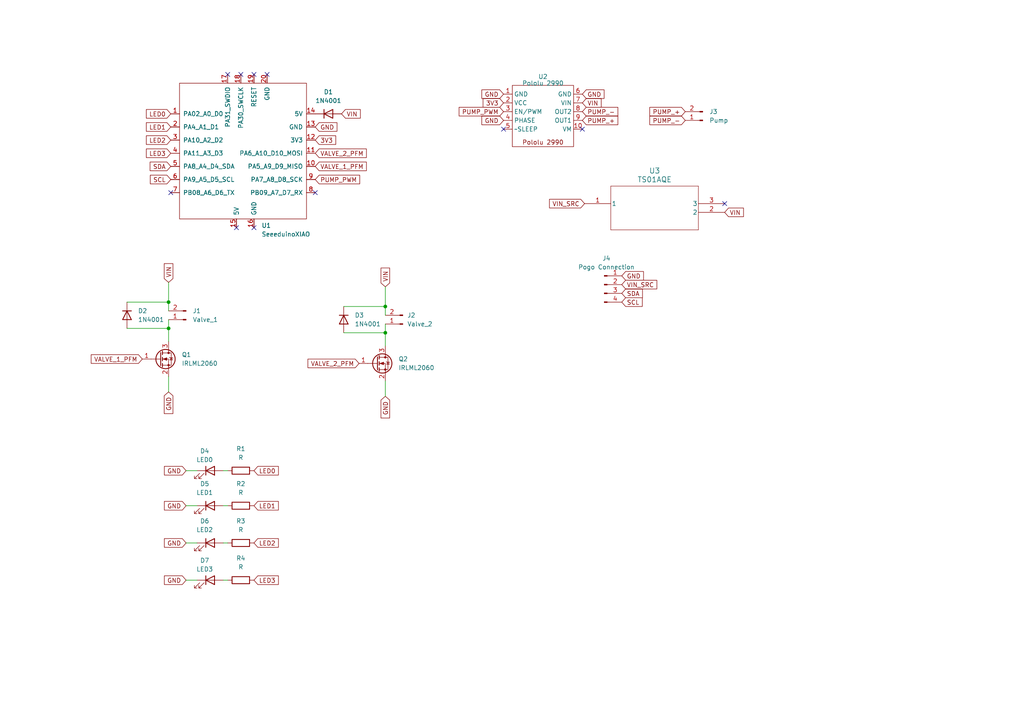
<source format=kicad_sch>
(kicad_sch (version 20230121) (generator eeschema)
  (paper "A4")
  (lib_symbols
    (symbol "Connector:Conn_01x02_Pin" (pin_names (offset 1.016) hide)
      (property "Reference" "J" (at 0 2.54 0))
      (property "Value" "Conn_01x02_Pin" (at 0 -5.08 0))
      (symbol "Conn_01x02_Pin_1_1"
        (polyline (pts (xy 1.27 -2.54) (xy 0.8636 -2.54)) (stroke (width 0.1524)))
        (polyline (pts (xy 1.27 0) (xy 0.8636 0)) (stroke (width 0.1524)))
        (rectangle (start 0.8636 -2.413) (end 0 -2.667) (stroke (width 0.1524)) (fill (type outline)))
        (rectangle (start 0.8636 0.127) (end 0 -0.127) (stroke (width 0.1524)) (fill (type outline)))
        (pin passive line (at 5.08 0 180) (length 3.81) (name "Pin_1") (number "1"))
        (pin passive line (at 5.08 -2.54 180) (length 3.81) (name "Pin_2") (number "2"))
      )
    )
    (symbol "Connector:Conn_01x04_Pin" (pin_names (offset 1.016) hide)
      (property "Reference" "J" (at 0 5.08 0))
      (property "Value" "Conn_01x04_Pin" (at 0 -7.62 0))
      (symbol "Conn_01x04_Pin_1_1"
        (polyline (pts (xy 1.27 -5.08) (xy 0.8636 -5.08)) (stroke (width 0.1524)))
        (polyline (pts (xy 1.27 -2.54) (xy 0.8636 -2.54)) (stroke (width 0.1524)))
        (polyline (pts (xy 1.27 0) (xy 0.8636 0)) (stroke (width 0.1524)))
        (polyline (pts (xy 1.27 2.54) (xy 0.8636 2.54)) (stroke (width 0.1524)))
        (rectangle (start 0.8636 -4.953) (end 0 -5.207) (stroke (width 0.1524)) (fill (type outline)))
        (rectangle (start 0.8636 -2.413) (end 0 -2.667) (stroke (width 0.1524)) (fill (type outline)))
        (rectangle (start 0.8636 0.127) (end 0 -0.127) (stroke (width 0.1524)) (fill (type outline)))
        (rectangle (start 0.8636 2.667) (end 0 2.413) (stroke (width 0.1524)) (fill (type outline)))
        (pin passive line (at 5.08 2.54 180) (length 3.81) (name "Pin_1") (number "1"))
        (pin passive line (at 5.08 0 180) (length 3.81) (name "Pin_2") (number "2"))
        (pin passive line (at 5.08 -2.54 180) (length 3.81) (name "Pin_3") (number "3"))
        (pin passive line (at 5.08 -5.08 180) (length 3.81) (name "Pin_4") (number "4"))
      )
    )
    (symbol "Device:LED" (pin_numbers hide) (pin_names (offset 1.016) hide)
      (property "Reference" "D" (at 0 2.54 0))
      (property "Value" "LED" (at 0 -2.54 0))
      (symbol "LED_0_1"
        (polyline (pts (xy -1.27 -1.27) (xy -1.27 1.27)) (stroke (width 0.254)))
        (polyline (pts (xy -1.27 0) (xy 1.27 0)))
        (polyline (pts (xy 1.27 -1.27) (xy 1.27 1.27) (xy -1.27 0) (xy 1.27 -1.27)) (stroke (width 0.254)))
        (polyline (pts (xy -3.048 -0.762) (xy -4.572 -2.286) (xy -3.81 -2.286) (xy -4.572 -2.286) (xy -4.572 -1.524)))
        (polyline (pts (xy -1.778 -0.762) (xy -3.302 -2.286) (xy -2.54 -2.286) (xy -3.302 -2.286) (xy -3.302 -1.524)))
      )
      (symbol "LED_1_1"
        (pin passive line (at -3.81 0 0) (length 2.54) (name "K") (number "1"))
        (pin passive line (at 3.81 0 180) (length 2.54) (name "A") (number "2"))
      )
    )
    (symbol "Device:R" (pin_numbers hide) (pin_names (offset 0))
      (property "Reference" "R" (at 2.032 0 90))
      (property "Value" "R" (at 0 0 90))
      (symbol "R_0_1"
        (rectangle (start -1.016 -2.54) (end 1.016 2.54) (stroke (width 0.254)))
      )
      (symbol "R_1_1"
        (pin passive line (at 0 3.81 270) (length 1.27) (name "~") (number "1"))
        (pin passive line (at 0 -3.81 90) (length 1.27) (name "~") (number "2"))
      )
    )
    (symbol "Diode:1N4001" (pin_numbers hide) (pin_names hide)
      (property "Reference" "D" (at 0 2.54 0))
      (property "Value" "1N4001" (at 0 -2.54 0))
      (symbol "1N4001_0_1"
        (polyline (pts (xy -1.27 1.27) (xy -1.27 -1.27)) (stroke (width 0.254)))
        (polyline (pts (xy 1.27 0) (xy -1.27 0)))
        (polyline (pts (xy 1.27 1.27) (xy 1.27 -1.27) (xy -1.27 0) (xy 1.27 1.27)) (stroke (width 0.254)))
      )
      (symbol "1N4001_1_1"
        (pin passive line (at -3.81 0 0) (length 2.54) (name "K") (number "1"))
        (pin passive line (at 3.81 0 180) (length 2.54) (name "A") (number "2"))
      )
    )
    (symbol "Driver_Motor:Pololu_2990_DRV8838"
      (property "Reference" "U" (at 0 11.43 0))
      (symbol "Pololu_2990_DRV8838_0_1"
        (rectangle (start -8.89 8.89) (end 8.89 -8.89))
      )
      (symbol "Pololu_2990_DRV8838_1_1"
        (text "Pololu 2990" (at 0 -7.62 0) (effects (font (size 1.27 1.27))))
        (pin input line (at -11.43 6.35 0) (length 2.54) (name "GND") (number "1"))
        (pin input line (at 11.43 -3.81 180) (length 2.54) (name "VM") (number "10"))
        (pin input line (at -11.43 3.81 0) (length 2.54) (name "VCC") (number "2"))
        (pin input line (at -11.43 1.27 0) (length 2.54) (name "EN/PWM") (number "3"))
        (pin input line (at -11.43 -1.27 0) (length 2.54) (name "PHASE") (number "4"))
        (pin input line (at -11.43 -3.81 0) (length 2.54) (name "~SLEEP") (number "5"))
        (pin input line (at 11.43 6.35 180) (length 2.54) (name "GND") (number "6"))
        (pin input line (at 11.43 3.81 180) (length 2.54) (name "VIN") (number "7"))
        (pin input line (at 11.43 1.27 180) (length 2.54) (name "OUT2") (number "8"))
        (pin input line (at 11.43 -1.27 180) (length 2.54) (name "OUT1") (number "9"))
      )
    )
    (symbol "Pneumatactors:TS01AQE" (pin_names (offset 0.254))
      (property "Reference" "U" (at 20.32 10.16 0))
      (property "Value" "TS01AQE" (at 20.32 7.62 0))
      (symbol "TS01AQE_0_1"
        (polyline (pts (xy 7.62 -7.62) (xy 33.02 -7.62)) (stroke (width 0.127)))
        (polyline (pts (xy 7.62 5.08) (xy 7.62 -7.62)) (stroke (width 0.127)))
        (polyline (pts (xy 33.02 -7.62) (xy 33.02 5.08)) (stroke (width 0.127)))
        (polyline (pts (xy 33.02 5.08) (xy 7.62 5.08)) (stroke (width 0.127)))
        (pin unspecified line (at 0 0 0) (length 7.62) (name "1") (number "1"))
        (pin unspecified line (at 40.64 -2.54 180) (length 7.62) (name "2") (number "2"))
        (pin unspecified line (at 40.64 0 180) (length 7.62) (name "3") (number "3"))
      )
    )
    (symbol "Transistor_FET:IRLML2060" (pin_names hide)
      (property "Reference" "Q" (at 5.08 1.905 0))
      (property "Value" "IRLML2060" (at 5.08 0 0))
      (symbol "IRLML2060_0_1"
        (polyline (pts (xy 0.254 0) (xy -2.54 0)))
        (polyline (pts (xy 0.254 1.905) (xy 0.254 -1.905)) (stroke (width 0.254)))
        (polyline (pts (xy 0.762 -1.27) (xy 0.762 -2.286)) (stroke (width 0.254)))
        (polyline (pts (xy 0.762 0.508) (xy 0.762 -0.508)) (stroke (width 0.254)))
        (polyline (pts (xy 0.762 2.286) (xy 0.762 1.27)) (stroke (width 0.254)))
        (polyline (pts (xy 2.54 2.54) (xy 2.54 1.778)))
        (polyline (pts (xy 2.54 -2.54) (xy 2.54 0) (xy 0.762 0)))
        (polyline (pts (xy 0.762 -1.778) (xy 3.302 -1.778) (xy 3.302 1.778) (xy 0.762 1.778)))
        (polyline (pts (xy 1.016 0) (xy 2.032 0.381) (xy 2.032 -0.381) (xy 1.016 0)) (fill (type outline)))
        (polyline (pts (xy 2.794 0.508) (xy 2.921 0.381) (xy 3.683 0.381) (xy 3.81 0.254)))
        (polyline (pts (xy 3.302 0.381) (xy 2.921 -0.254) (xy 3.683 -0.254) (xy 3.302 0.381)))
        (circle (center 1.651 0) (radius 2.794) (stroke (width 0.254)))
        (circle (center 2.54 -1.778) (radius 0.254) (fill (type outline)))
        (circle (center 2.54 1.778) (radius 0.254) (fill (type outline)))
      )
      (symbol "IRLML2060_1_1"
        (pin input line (at -5.08 0 0) (length 2.54) (name "G") (number "1"))
        (pin passive line (at 2.54 -5.08 90) (length 2.54) (name "S") (number "2"))
        (pin passive line (at 2.54 5.08 270) (length 2.54) (name "D") (number "3"))
      )
    )
    (symbol "Xiao:SeeeduinoXIAO" (pin_names (offset 1.016))
      (property "Reference" "U" (at -19.05 22.86 0))
      (property "Value" "SeeeduinoXIAO" (at -12.7 21.59 0))
      (symbol "SeeeduinoXIAO_0_1"
        (rectangle (start -19.05 20.32) (end 17.78 -19.05))
      )
      (symbol "SeeeduinoXIAO_1_1"
        (pin unspecified line (at -21.59 11.43 0) (length 2.54) (name "PA02_A0_D0") (number "1"))
        (pin unspecified line (at 20.32 -3.81 180) (length 2.54) (name "PA5_A9_D9_MISO") (number "10"))
        (pin unspecified line (at 20.32 0 180) (length 2.54) (name "PA6_A10_D10_MOSI") (number "11"))
        (pin unspecified line (at 20.32 3.81 180) (length 2.54) (name "3V3") (number "12"))
        (pin unspecified line (at 20.32 7.62 180) (length 2.54) (name "GND") (number "13"))
        (pin unspecified line (at 20.32 11.43 180) (length 2.54) (name "5V") (number "14"))
        (pin input line (at -2.54 -21.59 90) (length 2.54) (name "5V") (number "15"))
        (pin input line (at 2.54 -21.59 90) (length 2.54) (name "GND") (number "16"))
        (pin input line (at -5.08 22.86 270) (length 2.54) (name "PA31_SWDIO") (number "17"))
        (pin input line (at -1.27 22.86 270) (length 2.54) (name "PA30_SWCLK") (number "18"))
        (pin input line (at 2.54 22.86 270) (length 2.54) (name "RESET") (number "19"))
        (pin unspecified line (at -21.59 7.62 0) (length 2.54) (name "PA4_A1_D1") (number "2"))
        (pin input line (at 6.35 22.86 270) (length 2.54) (name "GND") (number "20"))
        (pin unspecified line (at -21.59 3.81 0) (length 2.54) (name "PA10_A2_D2") (number "3"))
        (pin unspecified line (at -21.59 0 0) (length 2.54) (name "PA11_A3_D3") (number "4"))
        (pin unspecified line (at -21.59 -3.81 0) (length 2.54) (name "PA8_A4_D4_SDA") (number "5"))
        (pin unspecified line (at -21.59 -7.62 0) (length 2.54) (name "PA9_A5_D5_SCL") (number "6"))
        (pin unspecified line (at -21.59 -11.43 0) (length 2.54) (name "PB08_A6_D6_TX") (number "7"))
        (pin unspecified line (at 20.32 -11.43 180) (length 2.54) (name "PB09_A7_D7_RX") (number "8"))
        (pin unspecified line (at 20.32 -7.62 180) (length 2.54) (name "PA7_A8_D8_SCK") (number "9"))
      )
    )
  )
  (junction (at 111.76 88.9))
  (junction (at 48.895 95.25))
  (junction (at 48.895 87.63))
  (junction (at 111.76 96.52))
  (no_connect (at 91.44 55.88))
  (no_connect (at 210.185 59.055))
  (no_connect (at 49.53 55.88))
  (no_connect (at 168.91 37.465))
  (no_connect (at 77.47 21.59))
  (no_connect (at 73.66 66.04))
  (no_connect (at 69.85 21.59))
  (no_connect (at 146.05 37.465))
  (no_connect (at 73.66 21.59))
  (no_connect (at 66.04 21.59))
  (no_connect (at 68.58 66.04))
  (wire (pts (xy 53.975 157.48) (xy 57.15 157.48)))
  (wire (pts (xy 64.77 146.685) (xy 66.04 146.685)))
  (wire (pts (xy 48.895 95.25) (xy 48.895 99.06)))
  (wire (pts (xy 53.975 146.685) (xy 57.15 146.685)))
  (wire (pts (xy 48.895 92.71) (xy 48.895 95.25)))
  (wire (pts (xy 48.895 113.665) (xy 48.895 109.22)))
  (wire (pts (xy 64.77 168.275) (xy 66.04 168.275)))
  (wire (pts (xy 36.83 87.63) (xy 48.895 87.63)))
  (wire (pts (xy 111.76 88.9) (xy 111.76 91.44)))
  (wire (pts (xy 64.77 136.525) (xy 66.04 136.525)))
  (wire (pts (xy 36.83 95.25) (xy 48.895 95.25)))
  (wire (pts (xy 111.76 96.52) (xy 111.76 100.33)))
  (wire (pts (xy 99.695 88.9) (xy 111.76 88.9)))
  (wire (pts (xy 48.895 87.63) (xy 48.895 90.17)))
  (wire (pts (xy 111.76 114.935) (xy 111.76 110.49)))
  (wire (pts (xy 64.77 157.48) (xy 66.04 157.48)))
  (wire (pts (xy 111.76 83.185) (xy 111.76 88.9)))
  (wire (pts (xy 99.695 96.52) (xy 111.76 96.52)))
  (wire (pts (xy 111.76 93.98) (xy 111.76 96.52)))
  (wire (pts (xy 53.975 168.275) (xy 57.15 168.275)))
  (wire (pts (xy 53.975 136.525) (xy 57.15 136.525)))
  (wire (pts (xy 48.895 81.915) (xy 48.895 87.63)))
  (global_label "VALVE_2_PFM" (shape input) (at 104.14 105.41 180) (property "Intersheetrefs" "${INTERSHEET_REFS}" (effects hide)))
  (global_label "PUMP_+" (shape input) (at 198.755 32.385 180) (property "Intersheetrefs" "${INTERSHEET_REFS}" (effects hide)))
  (global_label "SCL" (shape input) (at 49.53 52.07 180) (property "Intersheetrefs" "${INTERSHEET_REFS}" (effects hide)))
  (global_label "VIN_SRC" (shape input) (at 169.545 59.055 180) (property "Intersheetrefs" "${INTERSHEET_REFS}" (effects hide)))
  (global_label "SCL" (shape input) (at 180.34 87.63 0) (property "Intersheetrefs" "${INTERSHEET_REFS}" (effects hide)))
  (global_label "VALVE_2_PFM" (shape input) (at 91.44 44.45 0) (property "Intersheetrefs" "${INTERSHEET_REFS}" (effects hide)))
  (global_label "PUMP_-" (shape input) (at 168.91 32.385 0) (property "Intersheetrefs" "${INTERSHEET_REFS}" (effects hide)))
  (global_label "GND" (shape input) (at 53.975 136.525 180) (property "Intersheetrefs" "${INTERSHEET_REFS}" (effects hide)))
  (global_label "PUMP_+" (shape input) (at 168.91 34.925 0) (property "Intersheetrefs" "${INTERSHEET_REFS}" (effects hide)))
  (global_label "VIN_SRC" (shape input) (at 180.34 82.55 0) (property "Intersheetrefs" "${INTERSHEET_REFS}" (effects hide)))
  (global_label "VIN" (shape input) (at 111.76 83.185 90) (property "Intersheetrefs" "${INTERSHEET_REFS}" (effects hide)))
  (global_label "VIN" (shape input) (at 99.06 33.02 0) (property "Intersheetrefs" "${INTERSHEET_REFS}" (effects hide)))
  (global_label "VALVE_1_PFM" (shape input) (at 41.275 104.14 180) (property "Intersheetrefs" "${INTERSHEET_REFS}" (effects hide)))
  (global_label "VIN" (shape input) (at 48.895 81.915 90) (property "Intersheetrefs" "${INTERSHEET_REFS}" (effects hide)))
  (global_label "PUMP_-" (shape input) (at 198.755 34.925 180) (property "Intersheetrefs" "${INTERSHEET_REFS}" (effects hide)))
  (global_label "VIN" (shape input) (at 210.185 61.595 0) (property "Intersheetrefs" "${INTERSHEET_REFS}" (effects hide)))
  (global_label "GND" (shape input) (at 180.34 80.01 0) (property "Intersheetrefs" "${INTERSHEET_REFS}" (effects hide)))
  (global_label "3V3" (shape input) (at 146.05 29.845 180) (property "Intersheetrefs" "${INTERSHEET_REFS}" (effects hide)))
  (global_label "GND" (shape input) (at 146.05 34.925 180) (property "Intersheetrefs" "${INTERSHEET_REFS}" (effects hide)))
  (global_label "PUMP_PWM" (shape input) (at 146.05 32.385 180) (property "Intersheetrefs" "${INTERSHEET_REFS}" (effects hide)))
  (global_label "GND" (shape input) (at 48.895 113.665 270) (property "Intersheetrefs" "${INTERSHEET_REFS}" (effects hide)))
  (global_label "LED0" (shape input) (at 49.53 33.02 180) (property "Intersheetrefs" "${INTERSHEET_REFS}" (effects hide)))
  (global_label "VIN" (shape input) (at 168.91 29.845 0) (property "Intersheetrefs" "${INTERSHEET_REFS}" (effects hide)))
  (global_label "SDA" (shape input) (at 49.53 48.26 180) (property "Intersheetrefs" "${INTERSHEET_REFS}" (effects hide)))
  (global_label "GND" (shape input) (at 168.91 27.305 0) (property "Intersheetrefs" "${INTERSHEET_REFS}" (effects hide)))
  (global_label "GND" (shape input) (at 146.05 27.305 180) (property "Intersheetrefs" "${INTERSHEET_REFS}" (effects hide)))
  (global_label "LED0" (shape input) (at 73.66 136.525 0) (property "Intersheetrefs" "${INTERSHEET_REFS}" (effects hide)))
  (global_label "GND" (shape input) (at 53.975 157.48 180) (property "Intersheetrefs" "${INTERSHEET_REFS}" (effects hide)))
  (global_label "GND" (shape input) (at 53.975 146.685 180) (property "Intersheetrefs" "${INTERSHEET_REFS}" (effects hide)))
  (global_label "PUMP_PWM" (shape input) (at 91.44 52.07 0) (property "Intersheetrefs" "${INTERSHEET_REFS}" (effects hide)))
  (global_label "LED2" (shape input) (at 73.66 157.48 0) (property "Intersheetrefs" "${INTERSHEET_REFS}" (effects hide)))
  (global_label "LED1" (shape input) (at 73.66 146.685 0) (property "Intersheetrefs" "${INTERSHEET_REFS}" (effects hide)))
  (global_label "GND" (shape input) (at 91.44 36.83 0) (property "Intersheetrefs" "${INTERSHEET_REFS}" (effects hide)))
  (global_label "SDA" (shape input) (at 180.34 85.09 0) (property "Intersheetrefs" "${INTERSHEET_REFS}" (effects hide)))
  (global_label "GND" (shape input) (at 53.975 168.275 180) (property "Intersheetrefs" "${INTERSHEET_REFS}" (effects hide)))
  (global_label "3V3" (shape input) (at 91.44 40.64 0) (property "Intersheetrefs" "${INTERSHEET_REFS}" (effects hide)))
  (global_label "GND" (shape input) (at 111.76 114.935 270) (property "Intersheetrefs" "${INTERSHEET_REFS}" (effects hide)))
  (global_label "LED3" (shape input) (at 73.66 168.275 0) (property "Intersheetrefs" "${INTERSHEET_REFS}" (effects hide)))
  (global_label "VALVE_1_PFM" (shape input) (at 91.44 48.26 0) (property "Intersheetrefs" "${INTERSHEET_REFS}" (effects hide)))
  (global_label "LED3" (shape input) (at 49.53 44.45 180) (property "Intersheetrefs" "${INTERSHEET_REFS}" (effects hide)))
  (global_label "LED2" (shape input) (at 49.53 40.64 180) (property "Intersheetrefs" "${INTERSHEET_REFS}" (effects hide)))
  (global_label "LED1" (shape input) (at 49.53 36.83 180) (property "Intersheetrefs" "${INTERSHEET_REFS}" (effects hide)))
  (symbol (lib_id "Driver_Motor:Pololu_2990_DRV8838") (at 157.48 33.655 0) (unit 1)
    (property "Reference" "U2" (at 157.48 22.225 0))
    (property "Value" "Pololu 2990" (at 157.48 24.13 0))
    (property "Footprint" "Pneumatactors:Pololu 2990 Motor Driver" (effects hide))
  )
  (symbol (lib_id "Device:LED") (at 60.96 146.685 0) (unit 1)
    (property "Reference" "D5" (at 59.3725 140.335 0))
    (property "Value" "LED1" (at 59.3725 142.875 0))
    (property "Footprint" "LED_SMD:LED_0201_0603Metric_Pad0.64x0.40mm_HandSolder" (effects hide))
  )
  (symbol (lib_id "Connector:Conn_01x04_Pin") (at 175.26 82.55 0) (unit 1)
    (property "Reference" "J4" (at 175.895 74.93 0))
    (property "Value" "Pogo Connection" (at 175.895 77.47 0))
    (property "Footprint" "Connector_PinHeader_2.54mm:PinHeader_1x04_P2.54mm_Vertical" (effects hide))
  )
  (symbol (lib_id "Connector:Conn_01x02_Pin") (at 203.835 34.925 180) (unit 1)
    (property "Reference" "J3" (at 205.74 32.385 0) (effects (justify right)))
    (property "Value" "Pump" (at 205.74 34.925 0) (effects (justify right)))
    (property "Footprint" "Connector_PinHeader_2.54mm:PinHeader_1x02_P2.54mm_Vertical" (effects hide))
  )
  (symbol (lib_id "Transistor_FET:IRLML2060") (at 46.355 104.14 0) (unit 1)
    (property "Reference" "Q1" (at 52.705 102.87 0) (effects (justify left)))
    (property "Value" "IRLML2060" (at 52.705 105.41 0) (effects (justify left)))
    (property "Footprint" "Package_TO_SOT_SMD:SOT-23" (effects hide))
    (property "Datasheet" "https://www.infineon.com/dgdl/irlml2060pbf.pdf?fileId=5546d462533600a401535664b7fb25ee" (effects hide))
  )
  (symbol (lib_id "Xiao:SeeeduinoXIAO") (at 71.12 44.45 0) (unit 1)
    (property "Reference" "U1" (at 75.8541 65.405 0) (effects (justify left)))
    (property "Value" "SeeeduinoXIAO" (at 75.8541 67.945 0) (effects (justify left)))
    (property "Footprint" "Xiao:XIAO-Generic-Thruhole-14P-2.54-21X17.8MM" (effects hide))
  )
  (symbol (lib_id "Device:LED") (at 60.96 157.48 0) (unit 1)
    (property "Reference" "D6" (at 59.3725 151.13 0))
    (property "Value" "LED2" (at 59.3725 153.67 0))
    (property "Footprint" "LED_SMD:LED_0201_0603Metric_Pad0.64x0.40mm_HandSolder" (effects hide))
  )
  (symbol (lib_id "Device:R") (at 69.85 168.275 90) (unit 1)
    (property "Reference" "R4" (at 69.85 161.925 90))
    (property "Value" "R" (at 69.85 164.465 90))
    (property "Footprint" "Resistor_SMD:R_0201_0603Metric_Pad0.64x0.40mm_HandSolder" (effects hide))
  )
  (symbol (lib_id "Diode:1N4001") (at 95.25 33.02 0) (unit 1)
    (property "Reference" "D1" (at 95.25 26.67 0))
    (property "Value" "1N4001" (at 95.25 29.21 0))
    (property "Footprint" "Diode_SMD:D_SOD-123F" (effects hide))
    (property "Datasheet" "http://www.vishay.com/docs/88503/1n4001.pdf" (effects hide))
    (property "Sim.Device" "D" (effects hide))
    (property "Sim.Pins" "1=K 2=A" (effects hide))
  )
  (symbol (lib_id "Transistor_FET:IRLML2060") (at 109.22 105.41 0) (unit 1)
    (property "Reference" "Q2" (at 115.57 104.14 0) (effects (justify left)))
    (property "Value" "IRLML2060" (at 115.57 106.68 0) (effects (justify left)))
    (property "Footprint" "Package_TO_SOT_SMD:SOT-23" (effects hide))
    (property "Datasheet" "https://www.infineon.com/dgdl/irlml2060pbf.pdf?fileId=5546d462533600a401535664b7fb25ee" (effects hide))
  )
  (symbol (lib_id "Device:LED") (at 60.96 136.525 0) (unit 1)
    (property "Reference" "D4" (at 59.3725 130.81 0))
    (property "Value" "LED0" (at 59.3725 133.35 0))
    (property "Footprint" "LED_SMD:LED_0201_0603Metric_Pad0.64x0.40mm_HandSolder" (effects hide))
  )
  (symbol (lib_id "Device:R") (at 69.85 157.48 90) (unit 1)
    (property "Reference" "R3" (at 69.85 151.13 90))
    (property "Value" "R" (at 69.85 153.67 90))
    (property "Footprint" "Resistor_SMD:R_0201_0603Metric_Pad0.64x0.40mm_HandSolder" (effects hide))
  )
  (symbol (lib_id "Device:LED") (at 60.96 168.275 0) (unit 1)
    (property "Reference" "D7" (at 59.3725 162.56 0))
    (property "Value" "LED3" (at 59.3725 165.1 0))
    (property "Footprint" "LED_SMD:LED_0201_0603Metric_Pad0.64x0.40mm_HandSolder" (effects hide))
  )
  (symbol (lib_id "Pneumatactors:TS01AQE") (at 169.545 59.055 0) (unit 1)
    (property "Reference" "U3" (at 189.865 49.53 0) (effects (font (size 1.524 1.524))))
    (property "Value" "TS01AQE" (at 189.865 52.07 0) (effects (font (size 1.524 1.524))))
    (property "Footprint" "Pneumatactors:SW3_TS01A" (effects hide))
    (property "Datasheet" "TS01AQE" (effects hide))
  )
  (symbol (lib_id "Device:R") (at 69.85 146.685 90) (unit 1)
    (property "Reference" "R2" (at 69.85 140.335 90))
    (property "Value" "R" (at 69.85 142.875 90))
    (property "Footprint" "Resistor_SMD:R_0201_0603Metric_Pad0.64x0.40mm_HandSolder" (effects hide))
  )
  (symbol (lib_id "Diode:1N4001") (at 99.695 92.71 270) (unit 1)
    (property "Reference" "D3" (at 102.87 91.44 90) (effects (justify left)))
    (property "Value" "1N4001" (at 102.87 93.98 90) (effects (justify left)))
    (property "Footprint" "Diode_SMD:D_SOD-123F" (effects hide))
    (property "Datasheet" "http://www.vishay.com/docs/88503/1n4001.pdf" (effects hide))
    (property "Sim.Device" "D" (effects hide))
    (property "Sim.Pins" "1=K 2=A" (effects hide))
  )
  (symbol (lib_id "Diode:1N4001") (at 36.83 91.44 270) (unit 1)
    (property "Reference" "D2" (at 40.005 90.17 90) (effects (justify left)))
    (property "Value" "1N4001" (at 40.005 92.71 90) (effects (justify left)))
    (property "Footprint" "Diode_SMD:D_SOD-123F" (effects hide))
    (property "Datasheet" "http://www.vishay.com/docs/88503/1n4001.pdf" (effects hide))
    (property "Sim.Device" "D" (effects hide))
    (property "Sim.Pins" "1=K 2=A" (effects hide))
  )
  (symbol (lib_id "Device:R") (at 69.85 136.525 90) (unit 1)
    (property "Reference" "R1" (at 69.85 130.175 90))
    (property "Value" "R" (at 69.85 132.715 90))
    (property "Footprint" "Resistor_SMD:R_0201_0603Metric_Pad0.64x0.40mm_HandSolder" (effects hide))
  )
  (symbol (lib_id "Connector:Conn_01x02_Pin") (at 53.975 92.71 180) (unit 1)
    (property "Reference" "J1" (at 55.88 90.17 0) (effects (justify right)))
    (property "Value" "Valve_1" (at 55.88 92.71 0) (effects (justify right)))
    (property "Footprint" "Connector_PinHeader_2.54mm:PinHeader_1x02_P2.54mm_Vertical" (effects hide))
  )
  (symbol (lib_id "Connector:Conn_01x02_Pin") (at 116.84 93.98 180) (unit 1)
    (property "Reference" "J2" (at 118.11 91.44 0) (effects (justify right)))
    (property "Value" "Valve_2" (at 118.11 93.98 0) (effects (justify right)))
    (property "Footprint" "Connector_PinHeader_2.54mm:PinHeader_1x02_P2.54mm_Vertical" (effects hide))
  )
)
</source>
